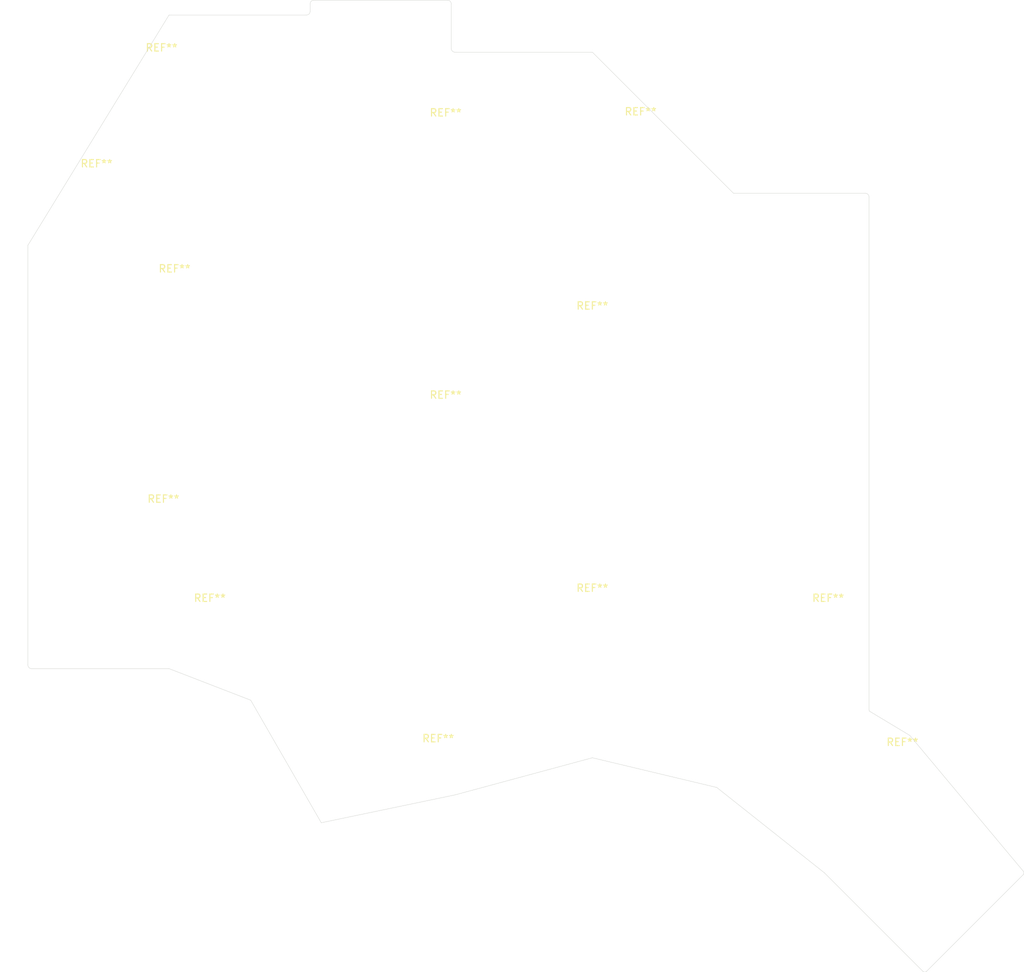
<source format=kicad_pcb>
(kicad_pcb (version 20210623) (generator pcbnew)
  (layers (0 "F.Cu" signal) (31 "B.Cu" signal) (34 "B.Paste" user) (35 "F.Paste" user) (36 "B.SilkS" user "B.Silkscreen") (37 "F.SilkS" user "F.Silkscreen") (38 "B.Mask" user) (39 "F.Mask" user) (44 "Edge.Cuts" user))
  (net 0 "")
  (footprint "MountingHole:MountingHole_3.2mm_M3_ISO7380" (layer "F.Cu") (at 23.75 43.25)
    (fp_text reference "REF**" (at 0 -3.85) (layer "F.SilkS"))
    (fp_text value "MountingHole_3.2mm_M3_ISO7380")
    (pad "1" np_thru_hole circle locked (at 0 0) (size 3.2 3.2) (drill 3.2) (layers *.Cu *.Mask))
  )
  (footprint "MountingHole:MountingHole_3.2mm_M3_ISO7380" (layer "F.Cu") (at 22.25 74.25)
    (fp_text reference "REF**" (at 0 -3.85) (layer "F.SilkS"))
    (fp_text value "MountingHole_3.2mm_M3_ISO7380")
    (pad "1" np_thru_hole circle locked (at 0 0) (size 3.2 3.2) (drill 3.2) (layers *.Cu *.Mask))
  )
  (footprint "MountingHole:MountingHole_3.2mm_M3_ISO7380" (layer "F.Cu") (at 60.25 22.25)
    (fp_text reference "REF**" (at 0 -3.85) (layer "F.SilkS"))
    (fp_text value "MountingHole_3.2mm_M3_ISO7380")
    (pad "1" np_thru_hole circle locked (at 0 0) (size 3.2 3.2) (drill 3.2) (layers *.Cu *.Mask))
  )
  (footprint "MountingHole:MountingHole_3.2mm_M3_ISO7380" (layer "F.Cu") (at 22 13.5)
    (fp_text reference "REF**" (at 0 -3.85) (layer "F.SilkS"))
    (fp_text value "MountingHole_3.2mm_M3_ISO7380")
    (pad "1" np_thru_hole circle locked (at 0 0) (size 3.2 3.2) (drill 3.2) (layers *.Cu *.Mask))
  )
  (footprint "MountingHole:MountingHole_5.3mm_M5_ISO7380" (layer "F.Cu") (at 111.75 89.5)
    (fp_text reference "REF**" (at 0 -5.75) (layer "F.SilkS"))
    (fp_text value "MountingHole_5.3mm_M5_ISO7380")
    (pad "1" np_thru_hole circle locked (at 0 0) (size 5.3 5.3) (drill 5.3) (layers *.Cu *.Mask))
  )
  (footprint "MountingHole:MountingHole_3.2mm_M3_ISO7380" (layer "F.Cu") (at 80 48.25)
    (fp_text reference "REF**" (at 0 -3.85) (layer "F.SilkS"))
    (fp_text value "MountingHole_3.2mm_M3_ISO7380")
    (pad "1" np_thru_hole circle locked (at 0 0) (size 3.2 3.2) (drill 3.2) (layers *.Cu *.Mask))
  )
  (footprint "MountingHole:MountingHole_3.2mm_M3_ISO7380" (layer "F.Cu") (at 121.75 107)
    (fp_text reference "REF**" (at 0 -3.85) (layer "F.SilkS"))
    (fp_text value "MountingHole_3.2mm_M3_ISO7380")
    (pad "1" np_thru_hole circle locked (at 0 0) (size 3.2 3.2) (drill 3.2) (layers *.Cu *.Mask))
  )
  (footprint "MountingHole:MountingHole_3.2mm_M3_ISO7380" (layer "F.Cu") (at 60.25 60.25)
    (fp_text reference "REF**" (at 0 -3.85) (layer "F.SilkS"))
    (fp_text value "MountingHole_3.2mm_M3_ISO7380")
    (pad "1" np_thru_hole circle locked (at 0 0) (size 3.2 3.2) (drill 3.2) (layers *.Cu *.Mask))
  )
  (footprint "MountingHole:MountingHole_5.3mm_M5_ISO7380" (layer "F.Cu") (at 28.5 89.5)
    (fp_text reference "REF**" (at 0 -5.75) (layer "F.SilkS"))
    (fp_text value "MountingHole_5.3mm_M5_ISO7380")
    (pad "1" np_thru_hole circle locked (at 0 0) (size 5.3 5.3) (drill 5.3) (layers *.Cu *.Mask))
  )
  (footprint "MountingHole:MountingHole_3.2mm_M3_ISO7380" (layer "F.Cu") (at 80 86.25)
    (fp_text reference "REF**" (at 0 -3.85) (layer "F.SilkS"))
    (fp_text value "MountingHole_3.2mm_M3_ISO7380")
    (pad "1" np_thru_hole circle locked (at 0 0) (size 3.2 3.2) (drill 3.2) (layers *.Cu *.Mask))
  )
  (footprint "MountingHole:MountingHole_3.2mm_M3_ISO7380" (layer "F.Cu") (at 59.25 106.5)
    (fp_text reference "REF**" (at 0 -3.85) (layer "F.SilkS"))
    (fp_text value "MountingHole_3.2mm_M3_ISO7380")
    (pad "1" np_thru_hole circle locked (at 0 0) (size 3.2 3.2) (drill 3.2) (layers *.Cu *.Mask))
  )
  (footprint "MountingHole:MountingHole_5.3mm_M5_ISO7380" (layer "F.Cu") (at 13.25 31)
    (fp_text reference "REF**" (at 0 -5.75) (layer "F.SilkS"))
    (fp_text value "MountingHole_5.3mm_M5_ISO7380")
    (pad "1" np_thru_hole circle locked (at 0 0) (size 5.3 5.3) (drill 5.3) (layers *.Cu *.Mask))
  )
  (footprint "MountingHole:MountingHole_5.3mm_M5_ISO7380" (layer "F.Cu") (at 86.5 24)
    (fp_text reference "REF**" (at 0 -5.75) (layer "F.SilkS"))
    (fp_text value "MountingHole_5.3mm_M5_ISO7380")
    (pad "1" np_thru_hole circle locked (at 0 0) (size 5.3 5.3) (drill 5.3) (layers *.Cu *.Mask))
  )
  (gr_arc (start 60.5 3.75) (end 61 3.75) (angle -90) (layer "Edge.Cuts") (width 0.05))
  (gr_arc (start 116.75 29.75) (end 117.25 29.75) (angle -90) (layer "Edge.Cuts") (width 0.05))
  (gr_line (start 124.500001 133.999999) (end 111.25 120.75) (layer "Edge.Cuts") (width 0.05))
  (gr_line (start 42 4.75) (end 42 3.75) (layer "Edge.Cuts") (width 0.05))
  (gr_line (start 122.75 102.25) (end 137.999999 120.500001) (layer "Edge.Cuts") (width 0.05))
  (gr_line (start 4 36.25) (end 23 5.25) (layer "Edge.Cuts") (width 0.05))
  (gr_arc (start 41.5 4.75) (end 41.5 5.25) (angle -90) (layer "Edge.Cuts") (width 0.05))
  (gr_arc (start 4.5 92.75) (end 4 92.75) (angle -90) (layer "Edge.Cuts") (width 0.05))
  (gr_line (start 137.999999 120.999999) (end 124.999999 133.999999) (layer "Edge.Cuts") (width 0.05))
  (gr_line (start 117.25 29.75) (end 117.25 98.75) (layer "Edge.Cuts") (width 0.05))
  (gr_line (start 61.5 110.25) (end 43.5 114) (layer "Edge.Cuts") (width 0.05))
  (gr_line (start 99 29.25) (end 116.75 29.25) (layer "Edge.Cuts") (width 0.05))
  (gr_line (start 23 93.25) (end 4.5 93.25) (layer "Edge.Cuts") (width 0.05))
  (gr_arc (start 42.5 3.75) (end 42.5 3.25) (angle -90) (layer "Edge.Cuts") (width 0.05))
  (gr_line (start 96.75 109.25) (end 80 105.25) (layer "Edge.Cuts") (width 0.05))
  (gr_line (start 42.5 3.25) (end 60.5 3.25) (layer "Edge.Cuts") (width 0.05))
  (gr_line (start 4 92.75) (end 4 36.25) (layer "Edge.Cuts") (width 0.05))
  (gr_arc (start 124.75 133.75) (end 124.500001 133.999999) (angle -90) (layer "Edge.Cuts") (width 0.05))
  (gr_line (start 99 29.25) (end 80 10.25) (layer "Edge.Cuts") (width 0.05))
  (gr_line (start 80 105.25) (end 61.5 110.25) (layer "Edge.Cuts") (width 0.05))
  (gr_line (start 43.5 114) (end 34 97.5) (layer "Edge.Cuts") (width 0.05))
  (gr_line (start 111.25 120.75) (end 96.75 109.25) (layer "Edge.Cuts") (width 0.05))
  (gr_line (start 117.302786 98.973607) (end 122.75 102.25) (layer "Edge.Cuts") (width 0.05))
  (gr_arc (start 61.5 9.75) (end 61 9.75) (angle -90) (layer "Edge.Cuts") (width 0.05))
  (gr_line (start 61.5 10.25) (end 80 10.25) (layer "Edge.Cuts") (width 0.05))
  (gr_arc (start 137.75 120.75) (end 137.999999 120.999999) (angle -90) (layer "Edge.Cuts") (width 0.05))
  (gr_line (start 61 3.75) (end 61 9.75) (layer "Edge.Cuts") (width 0.05))
  (gr_line (start 23 5.25) (end 41.5 5.25) (layer "Edge.Cuts") (width 0.05))
  (gr_arc (start 117.75 98.75) (end 117.25 98.75) (angle -26.56505118) (layer "Edge.Cuts") (width 0.05))
  (gr_line (start 34 97.5) (end 23 93.25) (layer "Edge.Cuts") (width 0.05))
)
</source>
